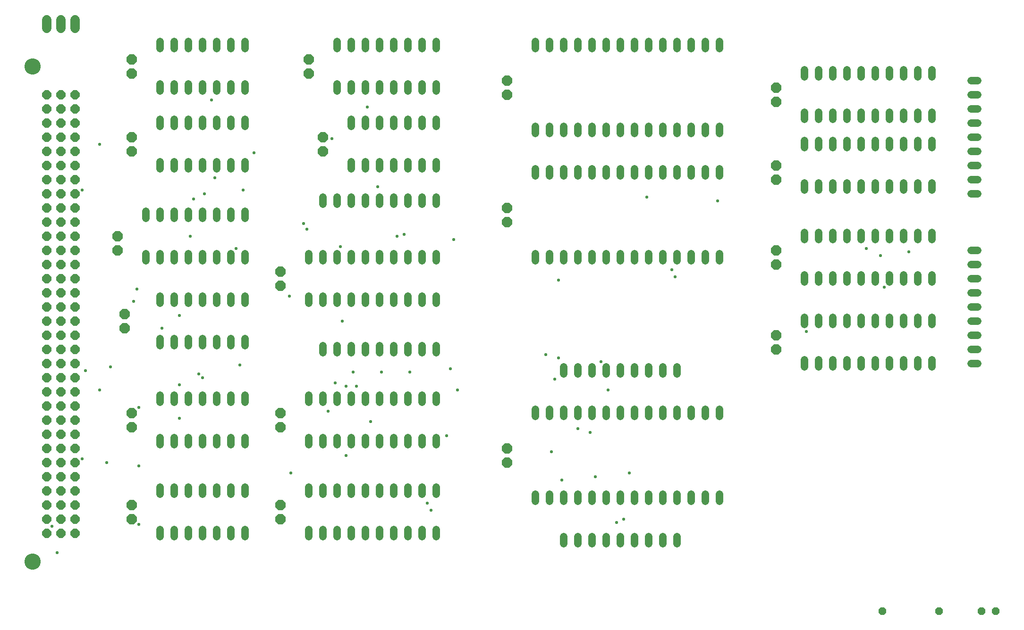
<source format=gbr>
G04 EAGLE Gerber RS-274X export*
G75*
%MOMM*%
%FSLAX34Y34*%
%LPD*%
%INSoldermask Top*%
%IPPOS*%
%AMOC8*
5,1,8,0,0,1.08239X$1,22.5*%
G01*
%ADD10P,1.787026X8X202.500000*%
%ADD11C,2.921000*%
%ADD12P,1.457113X8X202.500000*%
%ADD13C,1.346200*%
%ADD14P,1.951982X8X112.500000*%
%ADD15C,1.651000*%
%ADD16C,0.584200*%


D10*
X50800Y177800D03*
X50800Y203200D03*
X50800Y228600D03*
X50800Y254000D03*
X50800Y279400D03*
X50800Y304800D03*
X50800Y330200D03*
X50800Y355600D03*
X50800Y381000D03*
X50800Y406400D03*
X50800Y431800D03*
X50800Y457200D03*
X50800Y482600D03*
X50800Y508000D03*
X50800Y533400D03*
X50800Y558800D03*
X76200Y177800D03*
X76200Y203200D03*
X76200Y228600D03*
X76200Y254000D03*
X76200Y279400D03*
X76200Y304800D03*
X76200Y330200D03*
X76200Y355600D03*
X76200Y381000D03*
X76200Y406400D03*
X76200Y431800D03*
X76200Y457200D03*
X76200Y482600D03*
X76200Y508000D03*
X76200Y533400D03*
X76200Y558800D03*
X101600Y177800D03*
X101600Y203200D03*
X101600Y228600D03*
X101600Y254000D03*
X101600Y279400D03*
X101600Y304800D03*
X101600Y330200D03*
X101600Y355600D03*
X101600Y381000D03*
X101600Y406400D03*
X101600Y431800D03*
X101600Y457200D03*
X101600Y482600D03*
X101600Y508000D03*
X101600Y533400D03*
X101600Y558800D03*
X50800Y584200D03*
X50800Y609600D03*
X50800Y635000D03*
X50800Y660400D03*
X50800Y685800D03*
X50800Y711200D03*
X50800Y736600D03*
X50800Y762000D03*
X50800Y787400D03*
X50800Y812800D03*
X50800Y838200D03*
X50800Y863600D03*
X50800Y889000D03*
X50800Y914400D03*
X50800Y939800D03*
X50800Y965200D03*
X76200Y584200D03*
X76200Y609600D03*
X76200Y635000D03*
X76200Y660400D03*
X76200Y685800D03*
X76200Y711200D03*
X76200Y736600D03*
X76200Y762000D03*
X76200Y787400D03*
X76200Y812800D03*
X76200Y838200D03*
X76200Y863600D03*
X76200Y889000D03*
X76200Y914400D03*
X76200Y939800D03*
X76200Y965200D03*
X101600Y584200D03*
X101600Y609600D03*
X101600Y635000D03*
X101600Y660400D03*
X101600Y685800D03*
X101600Y711200D03*
X101600Y736600D03*
X101600Y762000D03*
X101600Y787400D03*
X101600Y812800D03*
X101600Y838200D03*
X101600Y863600D03*
X101600Y889000D03*
X101600Y914400D03*
X101600Y939800D03*
X101600Y965200D03*
D11*
X25400Y1016064D03*
X25400Y126936D03*
D12*
X1752600Y38100D03*
X1727200Y38100D03*
X1651000Y38100D03*
X1549400Y38100D03*
D13*
X927100Y895604D02*
X927100Y907796D01*
X952500Y907796D02*
X952500Y895604D01*
X977900Y895604D02*
X977900Y907796D01*
X1003300Y907796D02*
X1003300Y895604D01*
X1028700Y895604D02*
X1028700Y907796D01*
X1054100Y907796D02*
X1054100Y895604D01*
X1079500Y895604D02*
X1079500Y907796D01*
X1104900Y907796D02*
X1104900Y895604D01*
X1130300Y895604D02*
X1130300Y907796D01*
X1155700Y907796D02*
X1155700Y895604D01*
X1181100Y895604D02*
X1181100Y907796D01*
X1206500Y907796D02*
X1206500Y895604D01*
X1231900Y895604D02*
X1231900Y907796D01*
X1257300Y907796D02*
X1257300Y895604D01*
X1257300Y1048004D02*
X1257300Y1060196D01*
X1231900Y1060196D02*
X1231900Y1048004D01*
X1206500Y1048004D02*
X1206500Y1060196D01*
X1181100Y1060196D02*
X1181100Y1048004D01*
X1155700Y1048004D02*
X1155700Y1060196D01*
X1130300Y1060196D02*
X1130300Y1048004D01*
X1104900Y1048004D02*
X1104900Y1060196D01*
X1079500Y1060196D02*
X1079500Y1048004D01*
X1054100Y1048004D02*
X1054100Y1060196D01*
X1028700Y1060196D02*
X1028700Y1048004D01*
X1003300Y1048004D02*
X1003300Y1060196D01*
X977900Y1060196D02*
X977900Y1048004D01*
X952500Y1048004D02*
X952500Y1060196D01*
X927100Y1060196D02*
X927100Y1048004D01*
X927100Y679196D02*
X927100Y667004D01*
X952500Y667004D02*
X952500Y679196D01*
X977900Y679196D02*
X977900Y667004D01*
X1003300Y667004D02*
X1003300Y679196D01*
X1028700Y679196D02*
X1028700Y667004D01*
X1054100Y667004D02*
X1054100Y679196D01*
X1079500Y679196D02*
X1079500Y667004D01*
X1104900Y667004D02*
X1104900Y679196D01*
X1130300Y679196D02*
X1130300Y667004D01*
X1155700Y667004D02*
X1155700Y679196D01*
X1181100Y679196D02*
X1181100Y667004D01*
X1206500Y667004D02*
X1206500Y679196D01*
X1231900Y679196D02*
X1231900Y667004D01*
X1257300Y667004D02*
X1257300Y679196D01*
X1257300Y819404D02*
X1257300Y831596D01*
X1231900Y831596D02*
X1231900Y819404D01*
X1206500Y819404D02*
X1206500Y831596D01*
X1181100Y831596D02*
X1181100Y819404D01*
X1155700Y819404D02*
X1155700Y831596D01*
X1130300Y831596D02*
X1130300Y819404D01*
X1104900Y819404D02*
X1104900Y831596D01*
X1079500Y831596D02*
X1079500Y819404D01*
X1054100Y819404D02*
X1054100Y831596D01*
X1028700Y831596D02*
X1028700Y819404D01*
X1003300Y819404D02*
X1003300Y831596D01*
X977900Y831596D02*
X977900Y819404D01*
X952500Y819404D02*
X952500Y831596D01*
X927100Y831596D02*
X927100Y819404D01*
X977900Y171196D02*
X977900Y159004D01*
X1003300Y159004D02*
X1003300Y171196D01*
X1028700Y171196D02*
X1028700Y159004D01*
X1054100Y159004D02*
X1054100Y171196D01*
X1079500Y171196D02*
X1079500Y159004D01*
X1104900Y159004D02*
X1104900Y171196D01*
X1130300Y171196D02*
X1130300Y159004D01*
X1155700Y159004D02*
X1155700Y171196D01*
X1181100Y171196D02*
X1181100Y159004D01*
X977900Y463804D02*
X977900Y475996D01*
X1003300Y475996D02*
X1003300Y463804D01*
X1028700Y463804D02*
X1028700Y475996D01*
X1054100Y475996D02*
X1054100Y463804D01*
X1079500Y463804D02*
X1079500Y475996D01*
X1104900Y475996D02*
X1104900Y463804D01*
X1130300Y463804D02*
X1130300Y475996D01*
X1155700Y475996D02*
X1155700Y463804D01*
X1181100Y463804D02*
X1181100Y475996D01*
X254000Y832104D02*
X254000Y844296D01*
X279400Y844296D02*
X279400Y832104D01*
X406400Y832104D02*
X406400Y844296D01*
X406400Y908304D02*
X406400Y920496D01*
X304800Y844296D02*
X304800Y832104D01*
X330200Y832104D02*
X330200Y844296D01*
X381000Y844296D02*
X381000Y832104D01*
X355600Y832104D02*
X355600Y844296D01*
X381000Y908304D02*
X381000Y920496D01*
X355600Y920496D02*
X355600Y908304D01*
X330200Y908304D02*
X330200Y920496D01*
X304800Y920496D02*
X304800Y908304D01*
X279400Y908304D02*
X279400Y920496D01*
X254000Y920496D02*
X254000Y908304D01*
X571500Y971804D02*
X571500Y983996D01*
X596900Y983996D02*
X596900Y971804D01*
X723900Y971804D02*
X723900Y983996D01*
X749300Y983996D02*
X749300Y971804D01*
X622300Y971804D02*
X622300Y983996D01*
X647700Y983996D02*
X647700Y971804D01*
X698500Y971804D02*
X698500Y983996D01*
X673100Y983996D02*
X673100Y971804D01*
X749300Y1048004D02*
X749300Y1060196D01*
X723900Y1060196D02*
X723900Y1048004D01*
X698500Y1048004D02*
X698500Y1060196D01*
X673100Y1060196D02*
X673100Y1048004D01*
X647700Y1048004D02*
X647700Y1060196D01*
X622300Y1060196D02*
X622300Y1048004D01*
X596900Y1048004D02*
X596900Y1060196D01*
X571500Y1060196D02*
X571500Y1048004D01*
X520700Y348996D02*
X520700Y336804D01*
X546100Y336804D02*
X546100Y348996D01*
X673100Y348996D02*
X673100Y336804D01*
X698500Y336804D02*
X698500Y348996D01*
X571500Y348996D02*
X571500Y336804D01*
X596900Y336804D02*
X596900Y348996D01*
X647700Y348996D02*
X647700Y336804D01*
X622300Y336804D02*
X622300Y348996D01*
X723900Y348996D02*
X723900Y336804D01*
X749300Y336804D02*
X749300Y348996D01*
X749300Y413004D02*
X749300Y425196D01*
X723900Y425196D02*
X723900Y413004D01*
X698500Y413004D02*
X698500Y425196D01*
X673100Y425196D02*
X673100Y413004D01*
X647700Y413004D02*
X647700Y425196D01*
X622300Y425196D02*
X622300Y413004D01*
X596900Y413004D02*
X596900Y425196D01*
X571500Y425196D02*
X571500Y413004D01*
X546100Y413004D02*
X546100Y425196D01*
X520700Y425196D02*
X520700Y413004D01*
X520700Y183896D02*
X520700Y171704D01*
X546100Y171704D02*
X546100Y183896D01*
X673100Y183896D02*
X673100Y171704D01*
X698500Y171704D02*
X698500Y183896D01*
X571500Y183896D02*
X571500Y171704D01*
X596900Y171704D02*
X596900Y183896D01*
X647700Y183896D02*
X647700Y171704D01*
X622300Y171704D02*
X622300Y183896D01*
X723900Y183896D02*
X723900Y171704D01*
X749300Y171704D02*
X749300Y183896D01*
X749300Y247904D02*
X749300Y260096D01*
X723900Y260096D02*
X723900Y247904D01*
X698500Y247904D02*
X698500Y260096D01*
X673100Y260096D02*
X673100Y247904D01*
X647700Y247904D02*
X647700Y260096D01*
X622300Y260096D02*
X622300Y247904D01*
X596900Y247904D02*
X596900Y260096D01*
X571500Y260096D02*
X571500Y247904D01*
X546100Y247904D02*
X546100Y260096D01*
X520700Y260096D02*
X520700Y247904D01*
X596900Y832104D02*
X596900Y844296D01*
X622300Y844296D02*
X622300Y832104D01*
X749300Y832104D02*
X749300Y844296D01*
X749300Y908304D02*
X749300Y920496D01*
X647700Y844296D02*
X647700Y832104D01*
X673100Y832104D02*
X673100Y844296D01*
X723900Y844296D02*
X723900Y832104D01*
X698500Y832104D02*
X698500Y844296D01*
X723900Y908304D02*
X723900Y920496D01*
X698500Y920496D02*
X698500Y908304D01*
X673100Y908304D02*
X673100Y920496D01*
X647700Y920496D02*
X647700Y908304D01*
X622300Y908304D02*
X622300Y920496D01*
X596900Y920496D02*
X596900Y908304D01*
X520700Y602996D02*
X520700Y590804D01*
X546100Y590804D02*
X546100Y602996D01*
X673100Y602996D02*
X673100Y590804D01*
X698500Y590804D02*
X698500Y602996D01*
X571500Y602996D02*
X571500Y590804D01*
X596900Y590804D02*
X596900Y602996D01*
X647700Y602996D02*
X647700Y590804D01*
X622300Y590804D02*
X622300Y602996D01*
X723900Y602996D02*
X723900Y590804D01*
X749300Y590804D02*
X749300Y602996D01*
X749300Y667004D02*
X749300Y679196D01*
X723900Y679196D02*
X723900Y667004D01*
X698500Y667004D02*
X698500Y679196D01*
X673100Y679196D02*
X673100Y667004D01*
X647700Y667004D02*
X647700Y679196D01*
X622300Y679196D02*
X622300Y667004D01*
X596900Y667004D02*
X596900Y679196D01*
X571500Y679196D02*
X571500Y667004D01*
X546100Y667004D02*
X546100Y679196D01*
X520700Y679196D02*
X520700Y667004D01*
X546100Y514096D02*
X546100Y501904D01*
X571500Y501904D02*
X571500Y514096D01*
X596900Y514096D02*
X596900Y501904D01*
X622300Y501904D02*
X622300Y514096D01*
X647700Y514096D02*
X647700Y501904D01*
X673100Y501904D02*
X673100Y514096D01*
X698500Y514096D02*
X698500Y501904D01*
X723900Y501904D02*
X723900Y514096D01*
X749300Y514096D02*
X749300Y501904D01*
X546100Y768604D02*
X546100Y780796D01*
X571500Y780796D02*
X571500Y768604D01*
X596900Y768604D02*
X596900Y780796D01*
X622300Y780796D02*
X622300Y768604D01*
X647700Y768604D02*
X647700Y780796D01*
X673100Y780796D02*
X673100Y768604D01*
X698500Y768604D02*
X698500Y780796D01*
X723900Y780796D02*
X723900Y768604D01*
X749300Y768604D02*
X749300Y780796D01*
X228600Y679196D02*
X228600Y667004D01*
X254000Y667004D02*
X254000Y679196D01*
X381000Y679196D02*
X381000Y667004D01*
X406400Y667004D02*
X406400Y679196D01*
X279400Y679196D02*
X279400Y667004D01*
X304800Y667004D02*
X304800Y679196D01*
X355600Y679196D02*
X355600Y667004D01*
X330200Y667004D02*
X330200Y679196D01*
X406400Y743204D02*
X406400Y755396D01*
X381000Y755396D02*
X381000Y743204D01*
X355600Y743204D02*
X355600Y755396D01*
X330200Y755396D02*
X330200Y743204D01*
X304800Y743204D02*
X304800Y755396D01*
X279400Y755396D02*
X279400Y743204D01*
X254000Y743204D02*
X254000Y755396D01*
X228600Y755396D02*
X228600Y743204D01*
X254000Y526796D02*
X254000Y514604D01*
X279400Y514604D02*
X279400Y526796D01*
X406400Y526796D02*
X406400Y514604D01*
X406400Y590804D02*
X406400Y602996D01*
X304800Y526796D02*
X304800Y514604D01*
X330200Y514604D02*
X330200Y526796D01*
X381000Y526796D02*
X381000Y514604D01*
X355600Y514604D02*
X355600Y526796D01*
X381000Y590804D02*
X381000Y602996D01*
X355600Y602996D02*
X355600Y590804D01*
X330200Y590804D02*
X330200Y602996D01*
X304800Y602996D02*
X304800Y590804D01*
X279400Y590804D02*
X279400Y602996D01*
X254000Y602996D02*
X254000Y590804D01*
X254000Y971804D02*
X254000Y983996D01*
X279400Y983996D02*
X279400Y971804D01*
X406400Y971804D02*
X406400Y983996D01*
X406400Y1048004D02*
X406400Y1060196D01*
X304800Y983996D02*
X304800Y971804D01*
X330200Y971804D02*
X330200Y983996D01*
X381000Y983996D02*
X381000Y971804D01*
X355600Y971804D02*
X355600Y983996D01*
X381000Y1048004D02*
X381000Y1060196D01*
X355600Y1060196D02*
X355600Y1048004D01*
X330200Y1048004D02*
X330200Y1060196D01*
X304800Y1060196D02*
X304800Y1048004D01*
X279400Y1048004D02*
X279400Y1060196D01*
X254000Y1060196D02*
X254000Y1048004D01*
X927100Y247396D02*
X927100Y235204D01*
X952500Y235204D02*
X952500Y247396D01*
X977900Y247396D02*
X977900Y235204D01*
X1003300Y235204D02*
X1003300Y247396D01*
X1028700Y247396D02*
X1028700Y235204D01*
X1054100Y235204D02*
X1054100Y247396D01*
X1079500Y247396D02*
X1079500Y235204D01*
X1104900Y235204D02*
X1104900Y247396D01*
X1130300Y247396D02*
X1130300Y235204D01*
X1155700Y235204D02*
X1155700Y247396D01*
X1181100Y247396D02*
X1181100Y235204D01*
X1206500Y235204D02*
X1206500Y247396D01*
X1231900Y247396D02*
X1231900Y235204D01*
X1257300Y235204D02*
X1257300Y247396D01*
X1257300Y387604D02*
X1257300Y399796D01*
X1231900Y399796D02*
X1231900Y387604D01*
X1206500Y387604D02*
X1206500Y399796D01*
X1181100Y399796D02*
X1181100Y387604D01*
X1155700Y387604D02*
X1155700Y399796D01*
X1130300Y399796D02*
X1130300Y387604D01*
X1104900Y387604D02*
X1104900Y399796D01*
X1079500Y399796D02*
X1079500Y387604D01*
X1054100Y387604D02*
X1054100Y399796D01*
X1028700Y399796D02*
X1028700Y387604D01*
X1003300Y387604D02*
X1003300Y399796D01*
X977900Y399796D02*
X977900Y387604D01*
X952500Y387604D02*
X952500Y399796D01*
X927100Y399796D02*
X927100Y387604D01*
D14*
X876300Y965200D03*
X876300Y990600D03*
X876300Y736600D03*
X876300Y762000D03*
X876300Y304800D03*
X876300Y330200D03*
X469900Y203200D03*
X469900Y228600D03*
X469900Y368300D03*
X469900Y393700D03*
X469900Y622300D03*
X469900Y647700D03*
X546100Y863600D03*
X546100Y889000D03*
X520700Y1003300D03*
X520700Y1028700D03*
X203200Y1003300D03*
X203200Y1028700D03*
X203200Y863600D03*
X203200Y889000D03*
X177800Y685800D03*
X177800Y711200D03*
X190500Y546100D03*
X190500Y571500D03*
X203200Y368300D03*
X203200Y393700D03*
D13*
X254000Y348996D02*
X254000Y336804D01*
X279400Y336804D02*
X279400Y348996D01*
X406400Y348996D02*
X406400Y336804D01*
X406400Y413004D02*
X406400Y425196D01*
X304800Y348996D02*
X304800Y336804D01*
X330200Y336804D02*
X330200Y348996D01*
X381000Y348996D02*
X381000Y336804D01*
X355600Y336804D02*
X355600Y348996D01*
X381000Y413004D02*
X381000Y425196D01*
X355600Y425196D02*
X355600Y413004D01*
X330200Y413004D02*
X330200Y425196D01*
X304800Y425196D02*
X304800Y413004D01*
X279400Y413004D02*
X279400Y425196D01*
X254000Y425196D02*
X254000Y413004D01*
X1708404Y787400D02*
X1720596Y787400D01*
X1720596Y812800D02*
X1708404Y812800D01*
X1708404Y838200D02*
X1720596Y838200D01*
X1720596Y863600D02*
X1708404Y863600D01*
X1708404Y889000D02*
X1720596Y889000D01*
X1720596Y914400D02*
X1708404Y914400D01*
X1708404Y939800D02*
X1720596Y939800D01*
X1720596Y965200D02*
X1708404Y965200D01*
X1708404Y990600D02*
X1720596Y990600D01*
X1720596Y482600D02*
X1708404Y482600D01*
X1708404Y508000D02*
X1720596Y508000D01*
X1720596Y533400D02*
X1708404Y533400D01*
X1708404Y558800D02*
X1720596Y558800D01*
X1720596Y584200D02*
X1708404Y584200D01*
X1708404Y609600D02*
X1720596Y609600D01*
X1720596Y635000D02*
X1708404Y635000D01*
X1708404Y660400D02*
X1720596Y660400D01*
X1720596Y685800D02*
X1708404Y685800D01*
D14*
X1358900Y952500D03*
X1358900Y977900D03*
X1358900Y812800D03*
X1358900Y838200D03*
X1358900Y660400D03*
X1358900Y685800D03*
X1358900Y508000D03*
X1358900Y533400D03*
D15*
X50800Y1084580D02*
X50800Y1099820D01*
X76200Y1099820D02*
X76200Y1084580D01*
X101600Y1084580D02*
X101600Y1099820D01*
D13*
X254000Y183896D02*
X254000Y171704D01*
X279400Y171704D02*
X279400Y183896D01*
X406400Y183896D02*
X406400Y171704D01*
X406400Y247904D02*
X406400Y260096D01*
X304800Y183896D02*
X304800Y171704D01*
X330200Y171704D02*
X330200Y183896D01*
X381000Y183896D02*
X381000Y171704D01*
X355600Y171704D02*
X355600Y183896D01*
X381000Y247904D02*
X381000Y260096D01*
X355600Y260096D02*
X355600Y247904D01*
X330200Y247904D02*
X330200Y260096D01*
X304800Y260096D02*
X304800Y247904D01*
X279400Y247904D02*
X279400Y260096D01*
X254000Y260096D02*
X254000Y247904D01*
D14*
X203200Y203200D03*
X203200Y228600D03*
D13*
X1409700Y921004D02*
X1409700Y933196D01*
X1435100Y933196D02*
X1435100Y921004D01*
X1562100Y921004D02*
X1562100Y933196D01*
X1587500Y933196D02*
X1587500Y921004D01*
X1460500Y921004D02*
X1460500Y933196D01*
X1485900Y933196D02*
X1485900Y921004D01*
X1536700Y921004D02*
X1536700Y933196D01*
X1511300Y933196D02*
X1511300Y921004D01*
X1612900Y921004D02*
X1612900Y933196D01*
X1638300Y933196D02*
X1638300Y921004D01*
X1638300Y997204D02*
X1638300Y1009396D01*
X1612900Y1009396D02*
X1612900Y997204D01*
X1587500Y997204D02*
X1587500Y1009396D01*
X1562100Y1009396D02*
X1562100Y997204D01*
X1536700Y997204D02*
X1536700Y1009396D01*
X1511300Y1009396D02*
X1511300Y997204D01*
X1485900Y997204D02*
X1485900Y1009396D01*
X1460500Y1009396D02*
X1460500Y997204D01*
X1435100Y997204D02*
X1435100Y1009396D01*
X1409700Y1009396D02*
X1409700Y997204D01*
X1409700Y641096D02*
X1409700Y628904D01*
X1435100Y628904D02*
X1435100Y641096D01*
X1562100Y641096D02*
X1562100Y628904D01*
X1587500Y628904D02*
X1587500Y641096D01*
X1460500Y641096D02*
X1460500Y628904D01*
X1485900Y628904D02*
X1485900Y641096D01*
X1536700Y641096D02*
X1536700Y628904D01*
X1511300Y628904D02*
X1511300Y641096D01*
X1612900Y641096D02*
X1612900Y628904D01*
X1638300Y628904D02*
X1638300Y641096D01*
X1638300Y705104D02*
X1638300Y717296D01*
X1612900Y717296D02*
X1612900Y705104D01*
X1587500Y705104D02*
X1587500Y717296D01*
X1562100Y717296D02*
X1562100Y705104D01*
X1536700Y705104D02*
X1536700Y717296D01*
X1511300Y717296D02*
X1511300Y705104D01*
X1485900Y705104D02*
X1485900Y717296D01*
X1460500Y717296D02*
X1460500Y705104D01*
X1435100Y705104D02*
X1435100Y717296D01*
X1409700Y717296D02*
X1409700Y705104D01*
X1409700Y794004D02*
X1409700Y806196D01*
X1435100Y806196D02*
X1435100Y794004D01*
X1562100Y794004D02*
X1562100Y806196D01*
X1587500Y806196D02*
X1587500Y794004D01*
X1460500Y794004D02*
X1460500Y806196D01*
X1485900Y806196D02*
X1485900Y794004D01*
X1536700Y794004D02*
X1536700Y806196D01*
X1511300Y806196D02*
X1511300Y794004D01*
X1612900Y794004D02*
X1612900Y806196D01*
X1638300Y806196D02*
X1638300Y794004D01*
X1638300Y870204D02*
X1638300Y882396D01*
X1612900Y882396D02*
X1612900Y870204D01*
X1587500Y870204D02*
X1587500Y882396D01*
X1562100Y882396D02*
X1562100Y870204D01*
X1536700Y870204D02*
X1536700Y882396D01*
X1511300Y882396D02*
X1511300Y870204D01*
X1485900Y870204D02*
X1485900Y882396D01*
X1460500Y882396D02*
X1460500Y870204D01*
X1435100Y870204D02*
X1435100Y882396D01*
X1409700Y882396D02*
X1409700Y870204D01*
X1409700Y488696D02*
X1409700Y476504D01*
X1435100Y476504D02*
X1435100Y488696D01*
X1562100Y488696D02*
X1562100Y476504D01*
X1587500Y476504D02*
X1587500Y488696D01*
X1460500Y488696D02*
X1460500Y476504D01*
X1485900Y476504D02*
X1485900Y488696D01*
X1536700Y488696D02*
X1536700Y476504D01*
X1511300Y476504D02*
X1511300Y488696D01*
X1612900Y488696D02*
X1612900Y476504D01*
X1638300Y476504D02*
X1638300Y488696D01*
X1638300Y552704D02*
X1638300Y564896D01*
X1612900Y564896D02*
X1612900Y552704D01*
X1587500Y552704D02*
X1587500Y564896D01*
X1562100Y564896D02*
X1562100Y552704D01*
X1536700Y552704D02*
X1536700Y564896D01*
X1511300Y564896D02*
X1511300Y552704D01*
X1485900Y552704D02*
X1485900Y564896D01*
X1460500Y564896D02*
X1460500Y552704D01*
X1435100Y552704D02*
X1435100Y564896D01*
X1409700Y564896D02*
X1409700Y552704D01*
D16*
X692150Y714375D03*
X1412875Y539750D03*
X212725Y615950D03*
X1597025Y682625D03*
X206375Y593725D03*
X1552575Y619125D03*
X679450Y711200D03*
X69850Y142875D03*
X1520825Y688975D03*
X587375Y317500D03*
X606425Y441325D03*
X1546225Y676275D03*
X644525Y800100D03*
X114300Y793750D03*
X1254125Y774700D03*
X488950Y285750D03*
X114300Y311150D03*
X158750Y304800D03*
X701675Y466725D03*
X650875Y466725D03*
X165100Y476250D03*
X600075Y466725D03*
X120650Y469900D03*
X587375Y441325D03*
X396875Y479425D03*
X215900Y193675D03*
X60325Y190500D03*
X774700Y473075D03*
X631825Y377825D03*
X146050Y434975D03*
X215900Y298450D03*
X581025Y558800D03*
X288925Y568325D03*
X485775Y603250D03*
X352425Y815975D03*
X146050Y876300D03*
X330200Y457200D03*
X568325Y447675D03*
X215900Y403225D03*
X288925Y444500D03*
X787400Y434975D03*
X955675Y323850D03*
X733425Y231775D03*
X1085850Y203200D03*
X739775Y219075D03*
X768350Y352425D03*
X1073150Y196850D03*
X1025525Y358775D03*
X1003300Y365125D03*
X974725Y273050D03*
X1095375Y285750D03*
X1057275Y434975D03*
X1035050Y279400D03*
X1044575Y485775D03*
X307975Y711200D03*
X517525Y723900D03*
X962025Y454025D03*
X561975Y885825D03*
X577850Y692150D03*
X968375Y492125D03*
X968375Y631825D03*
X946150Y498475D03*
X625475Y942975D03*
X323850Y463550D03*
X346075Y955675D03*
X1177925Y638175D03*
X1171575Y650875D03*
X1127125Y781050D03*
X333375Y787400D03*
X781050Y704850D03*
X511175Y733425D03*
X257175Y546100D03*
X288925Y384175D03*
X422275Y860425D03*
X555625Y396875D03*
X314325Y777875D03*
X403225Y793750D03*
X390525Y688975D03*
M02*

</source>
